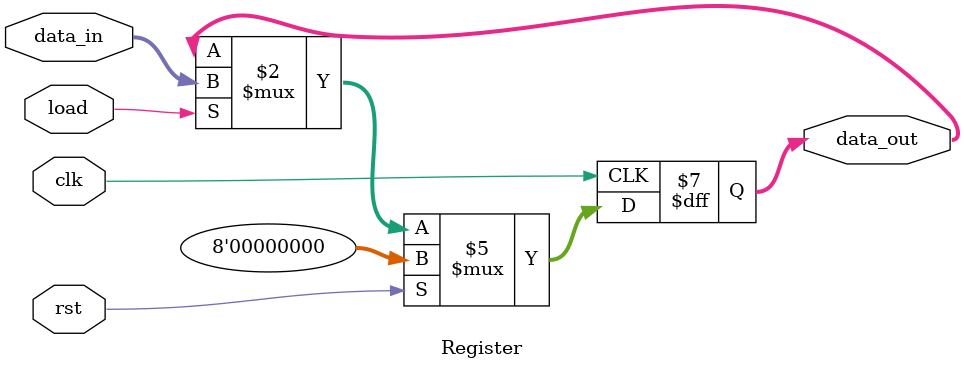
<source format=v>
/*
The VeriRISC CPU contains an accumulator register and an instruction register. One generic register 
definition can serve both purposes.  
*/  
`default_nettype none 
module Register #(
   parameter  DATA_WIDTH=8 
) (
    input  wire                       clk,
    input  wire                       rst,
    input  wire                       load,
    input  wire  [DATA_WIDTH-1:0]     data_in,
    output reg   [DATA_WIDTH-1:0]     data_out
);
    

always @(posedge clk ) begin
    if (rst) begin
        data_out<='b0;
    end
    else if (load) begin
        data_out<=data_in;
    end
end

endmodule


</source>
